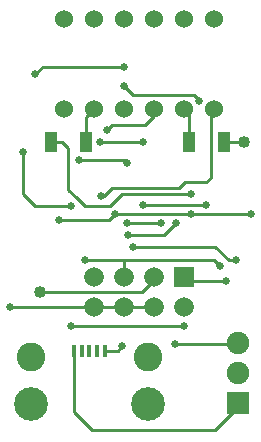
<source format=gbr>
G04 DesignSpark PCB Gerber Version 9.0 Build 5138 *
%FSLAX35Y35*%
%MOIN*%
%ADD97R,0.01772X0.04331*%
%ADD96R,0.04134X0.07087*%
%ADD92R,0.06555X0.06555*%
%ADD94R,0.07500X0.07500*%
%ADD89C,0.01000*%
%ADD90C,0.02500*%
%ADD91C,0.04000*%
%ADD12C,0.06000*%
%ADD93C,0.06555*%
%ADD95C,0.07500*%
%ADD98C,0.09539*%
%ADD99C,0.11205*%
X0Y0D02*
D02*
D12*
X22600Y111600D03*
Y141600D03*
X32600Y111600D03*
Y141600D03*
X42600Y111600D03*
Y141600D03*
X52600Y111600D03*
Y141600D03*
X62600Y111600D03*
Y141600D03*
X72600Y111600D03*
Y141600D03*
D02*
D89*
X9100Y97100D02*
Y83100D01*
X13100Y79100*
X25100*
X18194Y100600D02*
X22100D01*
X24100Y98600*
Y84600*
X26600Y82100*
X29600Y79100*
X38100*
X41100Y82100*
X21100Y74600D02*
X37600D01*
X39600Y76600*
X25100Y39100D02*
X62600D01*
X25982Y31080D02*
Y10718D01*
X32100Y4600*
X73100*
X80600Y12100*
Y13600*
X27600Y94600D02*
X42600D01*
X43600Y93600*
X30006Y100600D02*
Y109006D01*
X32600Y111600*
Y45600D02*
X4600D01*
X35100Y82600D02*
X36100D01*
X38600Y85100*
X61100*
X63100Y87100*
X70100*
X71600Y88600*
Y110600*
X72600Y111600*
X36218Y31080D02*
X40580D01*
X42100Y32600*
X39600Y76600D02*
X65100D01*
X41100Y82100D02*
X42100Y83100D01*
X65100*
X42600Y45600D02*
X32600D01*
X42600Y61100D02*
Y55600D01*
Y61100D02*
X29600D01*
X42600Y125600D02*
X15600D01*
X13100Y123100*
X43600Y73600D02*
X55100D01*
X44100Y69600D02*
X56100D01*
X60100Y73600*
X49100Y79600D02*
X70100D01*
X49100Y100600D02*
X34600D01*
X52600Y45600D02*
X42600D01*
X52600Y55600D02*
Y54600D01*
X48600Y50600*
X14600*
X52600Y111600D02*
Y109100D01*
X49600Y106100*
X38600*
X37100Y104600*
X59600Y33100D02*
X80100D01*
X80600Y33600*
X64194Y100600D02*
Y110006D01*
X62600Y111600*
X65100Y76600D02*
X85100D01*
X67600Y114100D02*
Y114600D01*
X66100Y116100*
X45600*
X42600Y119100*
X74600Y59100D02*
X72600Y61100D01*
X42600*
X76006Y100600D02*
X82600D01*
X76600Y54100D02*
X64100D01*
X62600Y55600*
X80100Y61100D02*
X77600D01*
X73100Y65600*
X45600*
D02*
D90*
X4600Y45600D03*
X9100Y97100D03*
X13100Y123100D03*
X21100Y74600D03*
X25100Y39100D03*
Y79100D03*
X27600Y94600D03*
X29600Y61100D03*
X34600Y100600D03*
X35100Y82600D03*
X37100Y104600D03*
X39600Y76600D03*
X42100Y32600D03*
X42600Y119100D03*
Y125600D03*
X43600Y73600D03*
Y93600D03*
X44100Y69600D03*
X45600Y65600D03*
X49100Y79600D03*
Y100600D03*
X55100Y73600D03*
X59600Y33100D03*
X60100Y73600D03*
X62600Y39100D03*
X65100Y76600D03*
Y83100D03*
X67600Y114100D03*
X70100Y79600D03*
X74600Y59100D03*
X76600Y54100D03*
X80100Y61100D03*
X85100Y76600D03*
D02*
D91*
X14600Y50600D03*
X82600Y100600D03*
D02*
D92*
X62600Y55600D03*
D02*
D93*
X32600Y45600D03*
Y55600D03*
X42600Y45600D03*
Y55600D03*
X52600Y45600D03*
Y55600D03*
X62600Y45600D03*
D02*
D94*
X80600Y13600D03*
D02*
D95*
Y23600D03*
Y33600D03*
D02*
D96*
X18194Y100600D03*
X30006D03*
X64194D03*
X76006D03*
D02*
D97*
X25982Y31080D03*
X28541D03*
X31100D03*
X33659D03*
X36218D03*
D02*
D98*
X11612Y29033D03*
X50588D03*
D02*
D99*
X11612Y13285D03*
X50588D03*
X0Y0D02*
M02*

</source>
